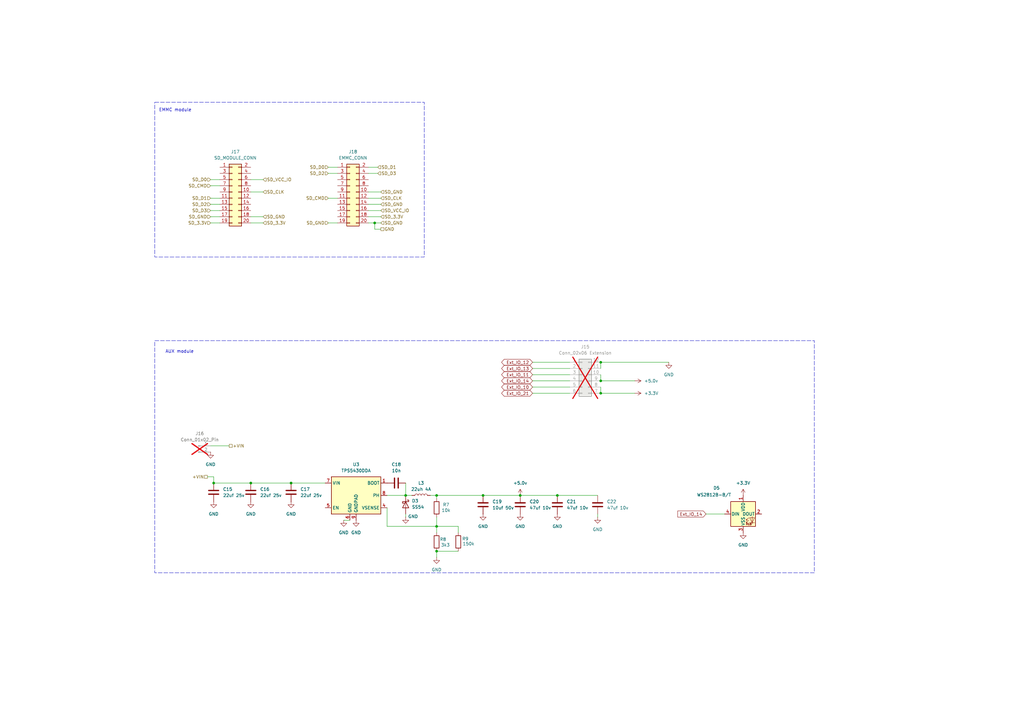
<source format=kicad_sch>
(kicad_sch (version 20250114) (generator "eeschema") (generator_version "9.0")
  (paper "A3")
  (lib_symbols
    (symbol "Connector:Conn_01x02_Pin" (pin_names (offset 1.016) (hide yes))
      (property "Reference" "J" (at 0 2.54 0))
      (property "Value" "Conn_01x02_Pin" (at 0 -5.08 0))
      (symbol "Conn_01x02_Pin_1_1"
        (rectangle (start 0.8636 0.127) (end 0 -0.127) (stroke (width 0.1524)) (fill (type outline)))
        (rectangle (start 0.8636 -2.413) (end 0 -2.667) (stroke (width 0.1524)) (fill (type outline)))
        (polyline (pts (xy 1.27 0) (xy 0.8636 0)) (stroke (width 0.1524)))
        (polyline (pts (xy 1.27 -2.54) (xy 0.8636 -2.54)) (stroke (width 0.1524)))
        (pin passive line (at 5.08 0 180) (length 3.81) (name "Pin_1") (number "1"))
        (pin passive line (at 5.08 -2.54 180) (length 3.81) (name "Pin_2") (number "2"))
      )
    )
    (symbol "Connector_Generic:Conn_02x06_Counter_Clockwise" (pin_names (offset 1.016) (hide yes))
      (property "Reference" "J" (at 1.27 7.62 0))
      (property "Value" "Conn_02x06_Counter_Clockwise" (at 1.27 -10.16 0))
      (symbol "Conn_02x06_Counter_Clockwise_1_1"
        (rectangle (start -1.27 6.35) (end 3.81 -8.89) (stroke (width 0.254)) (fill (type background)))
        (rectangle (start -1.27 5.207) (end 0 4.953) (stroke (width 0.1524)))
        (rectangle (start -1.27 2.667) (end 0 2.413) (stroke (width 0.1524)))
        (rectangle (start -1.27 0.127) (end 0 -0.127) (stroke (width 0.1524)))
        (rectangle (start -1.27 -2.413) (end 0 -2.667) (stroke (width 0.1524)))
        (rectangle (start -1.27 -4.953) (end 0 -5.207) (stroke (width 0.1524)))
        (rectangle (start -1.27 -7.493) (end 0 -7.747) (stroke (width 0.1524)))
        (rectangle (start 3.81 5.207) (end 2.54 4.953) (stroke (width 0.1524)))
        (rectangle (start 3.81 2.667) (end 2.54 2.413) (stroke (width 0.1524)))
        (rectangle (start 3.81 0.127) (end 2.54 -0.127) (stroke (width 0.1524)))
        (rectangle (start 3.81 -2.413) (end 2.54 -2.667) (stroke (width 0.1524)))
        (rectangle (start 3.81 -4.953) (end 2.54 -5.207) (stroke (width 0.1524)))
        (rectangle (start 3.81 -7.493) (end 2.54 -7.747) (stroke (width 0.1524)))
        (pin passive line (at -5.08 5.08 0) (length 3.81) (name "Pin_1") (number "1"))
        (pin passive line (at -5.08 2.54 0) (length 3.81) (name "Pin_2") (number "2"))
        (pin passive line (at -5.08 0 0) (length 3.81) (name "Pin_3") (number "3"))
        (pin passive line (at -5.08 -2.54 0) (length 3.81) (name "Pin_4") (number "4"))
        (pin passive line (at -5.08 -5.08 0) (length 3.81) (name "Pin_5") (number "5"))
        (pin passive line (at -5.08 -7.62 0) (length 3.81) (name "Pin_6") (number "6"))
        (pin passive line (at 7.62 5.08 180) (length 3.81) (name "Pin_12") (number "12"))
        (pin passive line (at 7.62 2.54 180) (length 3.81) (name "Pin_11") (number "11"))
        (pin passive line (at 7.62 0 180) (length 3.81) (name "Pin_10") (number "10"))
        (pin passive line (at 7.62 -2.54 180) (length 3.81) (name "Pin_9") (number "9"))
        (pin passive line (at 7.62 -5.08 180) (length 3.81) (name "Pin_8") (number "8"))
        (pin passive line (at 7.62 -7.62 180) (length 3.81) (name "Pin_7") (number "7"))
      )
    )
    (symbol "Connector_Generic:Conn_02x10_Odd_Even" (pin_names (offset 1.016) (hide yes))
      (property "Reference" "J" (at 1.27 12.7 0))
      (property "Value" "Conn_02x10_Odd_Even" (at 1.27 -15.24 0))
      (symbol "Conn_02x10_Odd_Even_1_1"
        (rectangle (start -1.27 11.43) (end 3.81 -13.97) (stroke (width 0.254)) (fill (type background)))
        (rectangle (start -1.27 10.287) (end 0 10.033) (stroke (width 0.1524)))
        (rectangle (start -1.27 7.747) (end 0 7.493) (stroke (width 0.1524)))
        (rectangle (start -1.27 5.207) (end 0 4.953) (stroke (width 0.1524)))
        (rectangle (start -1.27 2.667) (end 0 2.413) (stroke (width 0.1524)))
        (rectangle (start -1.27 0.127) (end 0 -0.127) (stroke (width 0.1524)))
        (rectangle (start -1.27 -2.413) (end 0 -2.667) (stroke (width 0.1524)))
        (rectangle (start -1.27 -4.953) (end 0 -5.207) (stroke (width 0.1524)))
        (rectangle (start -1.27 -7.493) (end 0 -7.747) (stroke (width 0.1524)))
        (rectangle (start -1.27 -10.033) (end 0 -10.287) (stroke (width 0.1524)))
        (rectangle (start -1.27 -12.573) (end 0 -12.827) (stroke (width 0.1524)))
        (rectangle (start 3.81 10.287) (end 2.54 10.033) (stroke (width 0.1524)))
        (rectangle (start 3.81 7.747) (end 2.54 7.493) (stroke (width 0.1524)))
        (rectangle (start 3.81 5.207) (end 2.54 4.953) (stroke (width 0.1524)))
        (rectangle (start 3.81 2.667) (end 2.54 2.413) (stroke (width 0.1524)))
        (rectangle (start 3.81 0.127) (end 2.54 -0.127) (stroke (width 0.1524)))
        (rectangle (start 3.81 -2.413) (end 2.54 -2.667) (stroke (width 0.1524)))
        (rectangle (start 3.81 -4.953) (end 2.54 -5.207) (stroke (width 0.1524)))
        (rectangle (start 3.81 -7.493) (end 2.54 -7.747) (stroke (width 0.1524)))
        (rectangle (start 3.81 -10.033) (end 2.54 -10.287) (stroke (width 0.1524)))
        (rectangle (start 3.81 -12.573) (end 2.54 -12.827) (stroke (width 0.1524)))
        (pin passive line (at -5.08 10.16 0) (length 3.81) (name "Pin_1") (number "1"))
        (pin passive line (at -5.08 7.62 0) (length 3.81) (name "Pin_3") (number "3"))
        (pin passive line (at -5.08 5.08 0) (length 3.81) (name "Pin_5") (number "5"))
        (pin passive line (at -5.08 2.54 0) (length 3.81) (name "Pin_7") (number "7"))
        (pin passive line (at -5.08 0 0) (length 3.81) (name "Pin_9") (number "9"))
        (pin passive line (at -5.08 -2.54 0) (length 3.81) (name "Pin_11") (number "11"))
        (pin passive line (at -5.08 -5.08 0) (length 3.81) (name "Pin_13") (number "13"))
        (pin passive line (at -5.08 -7.62 0) (length 3.81) (name "Pin_15") (number "15"))
        (pin passive line (at -5.08 -10.16 0) (length 3.81) (name "Pin_17") (number "17"))
        (pin passive line (at -5.08 -12.7 0) (length 3.81) (name "Pin_19") (number "19"))
        (pin passive line (at 7.62 10.16 180) (length 3.81) (name "Pin_2") (number "2"))
        (pin passive line (at 7.62 7.62 180) (length 3.81) (name "Pin_4") (number "4"))
        (pin passive line (at 7.62 5.08 180) (length 3.81) (name "Pin_6") (number "6"))
        (pin passive line (at 7.62 2.54 180) (length 3.81) (name "Pin_8") (number "8"))
        (pin passive line (at 7.62 0 180) (length 3.81) (name "Pin_10") (number "10"))
        (pin passive line (at 7.62 -2.54 180) (length 3.81) (name "Pin_12") (number "12"))
        (pin passive line (at 7.62 -5.08 180) (length 3.81) (name "Pin_14") (number "14"))
        (pin passive line (at 7.62 -7.62 180) (length 3.81) (name "Pin_16") (number "16"))
        (pin passive line (at 7.62 -10.16 180) (length 3.81) (name "Pin_18") (number "18"))
        (pin passive line (at 7.62 -12.7 180) (length 3.81) (name "Pin_20") (number "20"))
      )
    )
    (symbol "Device:C" (pin_numbers (hide yes)) (pin_names (offset 0.254))
      (property "Reference" "C" (at 0.635 2.54 0))
      (property "Value" "C" (at 0.635 -2.54 0))
      (symbol "C_0_1"
        (polyline (pts (xy -2.032 0.762) (xy 2.032 0.762)) (stroke (width 0.508)))
        (polyline (pts (xy -2.032 -0.762) (xy 2.032 -0.762)) (stroke (width 0.508)))
      )
      (symbol "C_1_1"
        (pin passive line (at 0 3.81 270) (length 2.794) (name "~") (number "1"))
        (pin passive line (at 0 -3.81 90) (length 2.794) (name "~") (number "2"))
      )
    )
    (symbol "Device:L" (pin_numbers (hide yes)) (pin_names (offset 1.016) (hide yes))
      (property "Reference" "L" (at -1.27 0 90))
      (property "Value" "L" (at 1.905 0 90))
      (symbol "L_0_1"
        (arc (start 0 2.54) (mid 0.6323 1.905) (end 0 1.27))
        (arc (start 0 1.27) (mid 0.6323 0.635) (end 0 0))
        (arc (start 0 0) (mid 0.6323 -0.635) (end 0 -1.27))
        (arc (start 0 -1.27) (mid 0.6323 -1.905) (end 0 -2.54))
      )
      (symbol "L_1_1"
        (pin passive line (at 0 3.81 270) (length 1.27) (name "1") (number "1"))
        (pin passive line (at 0 -3.81 90) (length 1.27) (name "2") (number "2"))
      )
    )
    (symbol "Device:R" (pin_numbers (hide yes)) (pin_names (offset 0))
      (property "Reference" "R" (at 2.032 0 90))
      (property "Value" "R" (at 0 0 90))
      (symbol "R_0_1"
        (rectangle (start -1.016 -2.54) (end 1.016 2.54) (stroke (width 0.254)))
      )
      (symbol "R_1_1"
        (pin passive line (at 0 3.81 270) (length 1.27) (name "~") (number "1"))
        (pin passive line (at 0 -3.81 90) (length 1.27) (name "~") (number "2"))
      )
    )
    (symbol "Diode:SS34" (pin_numbers (hide yes)) (pin_names (offset 1.016) (hide yes))
      (property "Reference" "D" (at 0 2.54 0))
      (property "Value" "SS34" (at 0 -2.54 0))
      (symbol "SS34_0_1"
        (polyline (pts (xy -1.905 0.635) (xy -1.905 1.27) (xy -1.27 1.27) (xy -1.27 -1.27) (xy -0.635 -1.27) (xy -0.635 -0.635)) (stroke (width 0.254)))
        (polyline (pts (xy 1.27 1.27) (xy 1.27 -1.27) (xy -1.27 0) (xy 1.27 1.27)) (stroke (width 0.254)))
        (polyline (pts (xy 1.27 0) (xy -1.27 0)))
      )
      (symbol "SS34_1_1"
        (pin passive line (at -3.81 0 0) (length 2.54) (name "K") (number "1"))
        (pin passive line (at 3.81 0 180) (length 2.54) (name "A") (number "2"))
      )
    )
    (symbol "LED:WS2812B" (pin_names (offset 0.254))
      (property "Reference" "D" (at 5.08 5.715 0))
      (property "Value" "WS2812B" (at 1.27 -5.715 0))
      (symbol "WS2812B_0_0"
        (text "RGB" (at 2.286 -4.191 0) (effects (font (size 0.762 0.762))))
      )
      (symbol "WS2812B_0_1"
        (polyline (pts (xy 1.27 -2.54) (xy 1.778 -2.54)))
        (polyline (pts (xy 1.27 -3.556) (xy 1.778 -3.556)))
        (polyline (pts (xy 2.286 -1.524) (xy 1.27 -2.54) (xy 1.27 -2.032)))
        (polyline (pts (xy 2.286 -2.54) (xy 1.27 -3.556) (xy 1.27 -3.048)))
        (polyline (pts (xy 3.683 -1.016) (xy 3.683 -3.556) (xy 3.683 -4.064)))
        (polyline (pts (xy 4.699 -1.524) (xy 2.667 -1.524) (xy 3.683 -3.556) (xy 4.699 -1.524)))
        (polyline (pts (xy 4.699 -3.556) (xy 2.667 -3.556)))
        (rectangle (start 5.08 5.08) (end -5.08 -5.08) (stroke (width 0.254)) (fill (type background)))
      )
      (symbol "WS2812B_1_1"
        (pin input line (at -7.62 0 0) (length 2.54) (name "DIN") (number "4"))
        (pin power_in line (at 0 7.62 270) (length 2.54) (name "VDD") (number "1"))
        (pin power_in line (at 0 -7.62 90) (length 2.54) (name "VSS") (number "3"))
        (pin output line (at 7.62 0 180) (length 2.54) (name "DOUT") (number "2"))
      )
    )
    (symbol "Regulator_Switching:TPS5430DDA"
      (property "Reference" "U" (at -10.16 8.89 0))
      (property "Value" "TPS5430DDA" (at -1.27 8.89 0))
      (symbol "TPS5430DDA_0_1"
        (rectangle (start -10.16 7.62) (end 10.16 -7.62) (stroke (width 0.254)) (fill (type background)))
      )
      (symbol "TPS5430DDA_1_1"
        (pin power_in line (at -12.7 5.08 0) (length 2.54) (name "VIN") (number "7"))
        (pin input line (at -12.7 -5.08 0) (length 2.54) (name "EN") (number "5"))
        (pin no_connect line (at -10.16 2.54 0) (length 2.54) (hide yes) (name "NC") (number "2"))
        (pin no_connect line (at -10.16 -2.54 0) (length 2.54) (hide yes) (name "NC") (number "3"))
        (pin power_in line (at -2.54 -10.16 90) (length 2.54) (name "GND") (number "6"))
        (pin power_in line (at 0 -10.16 90) (length 2.54) (name "GNDPAD") (number "9"))
        (pin input line (at 12.7 5.08 180) (length 2.54) (name "BOOT") (number "1"))
        (pin output line (at 12.7 0 180) (length 2.54) (name "PH") (number "8"))
        (pin input line (at 12.7 -5.08 180) (length 2.54) (name "VSENSE") (number "4"))
      )
    )
    (symbol "power:+1V0" (power) (pin_numbers (hide yes)) (pin_names (offset 0) (hide yes))
      (property "Value" "+1V0" (at 0 3.556 0))
      (symbol "+1V0_0_1"
        (polyline (pts (xy -0.762 1.27) (xy 0 2.54)))
        (polyline (pts (xy 0 2.54) (xy 0.762 1.27)))
        (polyline (pts (xy 0 0) (xy 0 2.54)))
      )
      (symbol "+1V0_1_1"
        (pin power_in line (at 0 0 90) (length 0) (name "~") (number "1"))
      )
    )
    (symbol "power:+3.3V" (power) (pin_numbers (hide yes)) (pin_names (offset 0) (hide yes))
      (property "Value" "+3.3V" (at 0 3.556 0))
      (symbol "+3.3V_0_1"
        (polyline (pts (xy -0.762 1.27) (xy 0 2.54)))
        (polyline (pts (xy 0 2.54) (xy 0.762 1.27)))
        (polyline (pts (xy 0 0) (xy 0 2.54)))
      )
      (symbol "+3.3V_1_1"
        (pin power_in line (at 0 0 90) (length 0) (name "~") (number "1"))
      )
    )
    (symbol "power:+5V" (power) (pin_numbers (hide yes)) (pin_names (offset 0) (hide yes))
      (property "Value" "+5V" (at 0 3.556 0))
      (symbol "+5V_0_1"
        (polyline (pts (xy -0.762 1.27) (xy 0 2.54)))
        (polyline (pts (xy 0 2.54) (xy 0.762 1.27)))
        (polyline (pts (xy 0 0) (xy 0 2.54)))
      )
      (symbol "+5V_1_1"
        (pin power_in line (at 0 0 90) (length 0) (name "~") (number "1"))
      )
    )
    (symbol "power:GND" (power) (pin_numbers (hide yes)) (pin_names (offset 0) (hide yes))
      (property "Value" "GND" (at 0 -3.81 0))
      (symbol "GND_0_1"
        (polyline (pts (xy 0 0) (xy 0 -1.27) (xy 1.27 -1.27) (xy 0 -2.54) (xy -1.27 -1.27) (xy 0 -1.27)))
      )
      (symbol "GND_1_1"
        (pin power_in line (at 0 0 270) (length 0) (name "~") (number "1"))
      )
    )
  )
  (rectangle (start 63.5 139.7) (end 334.01 234.95) (stroke (width 0) (type dash)))
  (rectangle (start 63.5 41.91) (end 173.99 105.41) (stroke (width 0) (type dash)))
  (text "EMMC module" (at 71.882 45.212 0) (effects (font (size 1.27 1.27))))
  (text "AUX module" (at 73.66 144.272 0) (effects (font (size 1.27 1.27))))
  (junction (at 179.07 203.2))
  (junction (at 246.38 156.21))
  (junction (at 119.38 198.12))
  (junction (at 246.38 161.29))
  (junction (at 102.87 198.12))
  (junction (at 198.12 203.2))
  (junction (at 179.07 215.9))
  (junction (at 87.63 198.12))
  (junction (at 213.36 203.2))
  (junction (at 228.6 203.2))
  (junction (at 179.07 226.06))
  (junction (at 153.67 91.44))
  (junction (at 246.38 148.59))
  (junction (at 166.37 203.2))
  (wire (pts (xy 156.21 78.74) (xy 151.13 78.74)))
  (wire (pts (xy 179.07 204.47) (xy 179.07 203.2)))
  (wire (pts (xy 168.91 203.2) (xy 166.37 203.2)))
  (wire (pts (xy 218.44 156.21) (xy 233.68 156.21)))
  (wire (pts (xy 218.44 161.29) (xy 233.68 161.29)))
  (wire (pts (xy 179.07 212.09) (xy 179.07 215.9)))
  (wire (pts (xy 246.38 161.29) (xy 260.35 161.29)))
  (wire (pts (xy 86.36 81.28) (xy 90.17 81.28)))
  (wire (pts (xy 297.18 210.82) (xy 289.56 210.82)))
  (wire (pts (xy 86.36 86.36) (xy 90.17 86.36)))
  (wire (pts (xy 179.07 218.44) (xy 179.07 215.9)))
  (wire (pts (xy 153.67 91.44) (xy 151.13 91.44)))
  (wire (pts (xy 179.07 226.06) (xy 179.07 228.6)))
  (wire (pts (xy 102.87 198.12) (xy 119.38 198.12)))
  (wire (pts (xy 166.37 210.82) (xy 166.37 212.09)))
  (wire (pts (xy 179.07 226.06) (xy 187.96 226.06)))
  (wire (pts (xy 86.36 91.44) (xy 90.17 91.44)))
  (wire (pts (xy 156.21 93.98) (xy 153.67 93.98)))
  (wire (pts (xy 218.44 148.59) (xy 233.68 148.59)))
  (wire (pts (xy 140.97 213.36) (xy 143.51 213.36)))
  (wire (pts (xy 246.38 148.59) (xy 246.38 151.13)))
  (wire (pts (xy 246.38 153.67) (xy 246.38 156.21)))
  (wire (pts (xy 102.87 78.74) (xy 107.95 78.74)))
  (wire (pts (xy 218.44 151.13) (xy 233.68 151.13)))
  (wire (pts (xy 198.12 203.2) (xy 213.36 203.2)))
  (wire (pts (xy 151.13 81.28) (xy 156.21 81.28)))
  (wire (pts (xy 179.07 203.2) (xy 198.12 203.2)))
  (wire (pts (xy 156.21 83.82) (xy 151.13 83.82)))
  (wire (pts (xy 246.38 158.75) (xy 246.38 161.29)))
  (wire (pts (xy 187.96 215.9) (xy 179.07 215.9)))
  (wire (pts (xy 134.62 68.58) (xy 138.43 68.58)))
  (wire (pts (xy 102.87 91.44) (xy 107.95 91.44)))
  (wire (pts (xy 86.36 182.88) (xy 93.98 182.88)))
  (wire (pts (xy 245.11 203.2) (xy 228.6 203.2)))
  (wire (pts (xy 245.11 210.82) (xy 245.11 212.09)))
  (wire (pts (xy 102.87 73.66) (xy 107.95 73.66)))
  (wire (pts (xy 176.53 203.2) (xy 179.07 203.2)))
  (wire (pts (xy 134.62 91.44) (xy 138.43 91.44)))
  (wire (pts (xy 151.13 88.9) (xy 156.21 88.9)))
  (wire (pts (xy 154.94 71.12) (xy 151.13 71.12)))
  (wire (pts (xy 246.38 156.21) (xy 260.35 156.21)))
  (wire (pts (xy 87.63 195.58) (xy 87.63 198.12)))
  (wire (pts (xy 119.38 198.12) (xy 133.35 198.12)))
  (wire (pts (xy 246.38 148.59) (xy 274.32 148.59)))
  (wire (pts (xy 213.36 203.2) (xy 228.6 203.2)))
  (wire (pts (xy 151.13 86.36) (xy 156.21 86.36)))
  (wire (pts (xy 86.36 83.82) (xy 90.17 83.82)))
  (wire (pts (xy 156.21 91.44) (xy 153.67 91.44)))
  (wire (pts (xy 158.75 215.9) (xy 158.75 208.28)))
  (wire (pts (xy 102.87 88.9) (xy 107.95 88.9)))
  (wire (pts (xy 218.44 158.75) (xy 233.68 158.75)))
  (wire (pts (xy 158.75 203.2) (xy 166.37 203.2)))
  (wire (pts (xy 86.36 73.66) (xy 90.17 73.66)))
  (wire (pts (xy 86.36 88.9) (xy 90.17 88.9)))
  (wire (pts (xy 166.37 198.12) (xy 166.37 203.2)))
  (wire (pts (xy 134.62 71.12) (xy 138.43 71.12)))
  (wire (pts (xy 87.63 198.12) (xy 102.87 198.12)))
  (wire (pts (xy 154.94 68.58) (xy 151.13 68.58)))
  (wire (pts (xy 218.44 153.67) (xy 233.68 153.67)))
  (wire (pts (xy 85.09 195.58) (xy 87.63 195.58)))
  (wire (pts (xy 187.96 215.9) (xy 187.96 218.44)))
  (wire (pts (xy 86.36 76.2) (xy 90.17 76.2)))
  (wire (pts (xy 153.67 93.98) (xy 153.67 91.44)))
  (wire (pts (xy 134.62 81.28) (xy 138.43 81.28)))
  (wire (pts (xy 158.75 215.9) (xy 179.07 215.9)))
  (global_label "Ext_IO_14" (shape bidirectional) (at 218.44 156.21 180) (property "Intersheetrefs" "${INTERSHEET_REFS}" (effects (hide yes))))
  (global_label "Ext_IO_12" (shape bidirectional) (at 218.44 148.59 180) (property "Intersheetrefs" "${INTERSHEET_REFS}" (effects (hide yes))))
  (global_label "Ext_IO_11" (shape bidirectional) (at 218.44 153.67 180) (property "Intersheetrefs" "${INTERSHEET_REFS}" (effects (hide yes))))
  (global_label "Ext_IO_21" (shape bidirectional) (at 218.44 161.29 180) (property "Intersheetrefs" "${INTERSHEET_REFS}" (effects (hide yes))))
  (global_label "Ext_IO_14" (shape input) (at 289.56 210.82 180) (property "Intersheetrefs" "${INTERSHEET_REFS}" (effects (hide yes))))
  (global_label "Ext_IO_10" (shape bidirectional) (at 218.44 158.75 180) (property "Intersheetrefs" "${INTERSHEET_REFS}" (effects (hide yes))))
  (global_label "Ext_IO_13" (shape bidirectional) (at 218.44 151.13 180) (property "Intersheetrefs" "${INTERSHEET_REFS}" (effects (hide yes))))
  (hierarchical_label "SD­_VCC_IO" (shape input) (at 156.21 86.36 0))
  (hierarchical_label "SD­_VCC_IO" (shape input) (at 107.95 73.66 0))
  (hierarchical_label "SD_D1" (shape input) (at 154.94 68.58 0))
  (hierarchical_label "SD­_GND" (shape input) (at 107.95 88.9 0))
  (hierarchical_label "SD­_CLK" (shape input) (at 107.95 78.74 0))
  (hierarchical_label "SD­_GND" (shape input) (at 156.21 83.82 0))
  (hierarchical_label "SD_D2" (shape input) (at 134.62 71.12 180))
  (hierarchical_label "SD­_GND" (shape input) (at 156.21 91.44 0))
  (hierarchical_label "GND" (shape passive) (at 156.21 93.98 0))
  (hierarchical_label "SD_D0" (shape input) (at 134.62 68.58 180))
  (hierarchical_label "SD­_3.3V" (shape input) (at 107.95 91.44 0))
  (hierarchical_label "SD­_GND" (shape input) (at 134.62 91.44 180))
  (hierarchical_label "SD­­_CMD" (shape input) (at 134.62 81.28 180))
  (hierarchical_label "SD_D2" (shape input) (at 86.36 83.82 180))
  (hierarchical_label "SD­_3.3V" (shape input) (at 156.21 88.9 0))
  (hierarchical_label "SD_D0" (shape input) (at 86.36 73.66 180))
  (hierarchical_label "SD_D3" (shape input) (at 86.36 86.36 180))
  (hierarchical_label "SD_D3" (shape input) (at 154.94 71.12 0))
  (hierarchical_label "SD_D1" (shape input) (at 86.36 81.28 180))
  (hierarchical_label "SD­_GND" (shape input) (at 156.21 78.74 0))
  (hierarchical_label "SD­_GND" (shape input) (at 86.36 88.9 180))
  (hierarchical_label "SD­­_CMD" (shape input) (at 86.36 76.2 180))
  (hierarchical_label "SD­_CLK" (shape input) (at 156.21 81.28 0))
  (hierarchical_label "SD­_3.3V" (shape input) (at 86.36 91.44 180))
  (hierarchical_label "+VIN" (shape passive) (at 85.09 195.58 180))
  (hierarchical_label "+VIN" (shape passive) (at 93.98 182.88 0))
  (symbol (lib_id "Device:C") (at 228.6 207.01 0) (unit 1)
    (property "Reference" "C21" (at 232.41 205.7399 0) (effects (justify left)))
    (property "Value" "47uf 10v" (at 232.41 208.2799 0) (effects (justify left)))
    (property "Footprint" "Capacitor_Tantalum_SMD:CP_EIA-3528-12_Kemet-T" (effects (hide yes)))
    (property "Description" "Unpolarized capacitor" (effects (hide yes)))
  )
  (symbol (lib_id "power:GND") (at 146.05 213.36 0) (unit 1)
    (property "Reference" "#PWR012" (effects (hide yes)))
    (property "Value" "GND" (at 146.05 218.44 0))
    (property "Description" "Power symbol creates a global label with name \"GND\" , ground" (effects (hide yes)))
  )
  (symbol (lib_id "Device:C") (at 87.63 201.93 0) (unit 1)
    (property "Reference" "C15" (at 91.44 200.6599 0) (effects (justify left)))
    (property "Value" "22uf 25v" (at 91.44 203.2 0) (effects (justify left)))
    (property "Footprint" "Capacitor_SMD:C_1206_3216Metric" (effects (hide yes)))
    (property "Description" "Unpolarized capacitor" (effects (hide yes)))
  )
  (symbol (lib_id "Device:C") (at 162.56 198.12 90) (unit 1)
    (property "Reference" "C18" (at 162.56 190.5 90))
    (property "Value" "10n" (at 162.56 193.04 90))
    (property "Footprint" "Capacitor_SMD:C_1206_3216Metric_Pad1.33x1.80mm_HandSolder" (effects (hide yes)))
    (property "Description" "Unpolarized capacitor" (effects (hide yes)))
  )
  (symbol (lib_id "Connector_Generic:Conn_02x10_Odd_Even") (at 95.25 78.74 0) (unit 1)
    (property "Reference" "J17" (at 96.52 62.23 0))
    (property "Value" "SD_MODULE_CONN" (at 96.52 64.77 0))
    (property "Footprint" "Connector_PinHeader_2.54mm:PinHeader_2x10_P2.54mm_Vertical" (effects (hide yes)))
    (property "Description" "Generic connector, double row, 02x10, odd/even pin numbering scheme (row 1 odd numbers, row 2 even numbers), script generated (kicad-library-utils/schlib/autogen/connector/)" (effects (hide yes)))
  )
  (symbol (lib_id "power:GND") (at 228.6 210.82 0) (unit 1)
    (property "Reference" "#PWR045" (effects (hide yes)))
    (property "Value" "GND" (at 228.6 215.9 0))
    (property "Description" "Power symbol creates a global label with name \"GND\" , ground" (effects (hide yes)))
  )
  (symbol (lib_id "power:GND") (at 198.12 210.82 0) (unit 1)
    (property "Reference" "#PWR041" (effects (hide yes)))
    (property "Value" "GND" (at 198.12 215.9 0))
    (property "Description" "Power symbol creates a global label with name \"GND\" , ground" (effects (hide yes)))
  )
  (symbol (lib_id "Device:C") (at 198.12 207.01 0) (unit 1)
    (property "Reference" "C19" (at 201.93 205.7399 0) (effects (justify left)))
    (property "Value" "10uf 50v" (at 201.93 208.2799 0) (effects (justify left)))
    (property "Footprint" "Capacitor_SMD:C_1206_3216Metric_Pad1.33x1.80mm_HandSolder" (effects (hide yes)))
    (property "Description" "Unpolarized capacitor" (effects (hide yes)))
  )
  (symbol (lib_id "power:GND") (at 179.07 228.6 0) (unit 1)
    (property "Reference" "#PWR014" (effects (hide yes)))
    (property "Value" "GND" (at 179.07 233.68 0))
    (property "Description" "Power symbol creates a global label with name \"GND\" , ground" (effects (hide yes)))
  )
  (symbol (lib_id "power:GND") (at 304.8 218.44 0) (unit 1)
    (property "Reference" "#PWR011" (effects (hide yes)))
    (property "Value" "GND" (at 304.8 223.52 0))
    (property "Description" "Power symbol creates a global label with name \"GND\" , ground" (effects (hide yes)))
  )
  (symbol (lib_id "power:GND") (at 140.97 213.36 0) (unit 1)
    (property "Reference" "#PWR037" (effects (hide yes)))
    (property "Value" "GND" (at 140.97 218.44 0))
    (property "Description" "Power symbol creates a global label with name \"GND\" , ground" (effects (hide yes)))
  )
  (symbol (lib_id "Device:C") (at 213.36 207.01 0) (unit 1)
    (property "Reference" "C20" (at 217.17 205.7399 0) (effects (justify left)))
    (property "Value" "47uf 10v" (at 217.17 208.2799 0) (effects (justify left)))
    (property "Footprint" "Capacitor_Tantalum_SMD:CP_EIA-3528-12_Kemet-T" (effects (hide yes)))
    (property "Description" "Unpolarized capacitor" (effects (hide yes)))
  )
  (symbol (lib_id "Diode:SS34") (at 166.37 207.01 270) (unit 1)
    (property "Reference" "D3" (at 168.91 205.4224 90) (effects (justify left)))
    (property "Value" "SS54" (at 168.91 207.9624 90) (effects (justify left)))
    (property "Footprint" "Diode_SMD:D_SMC_Handsoldering" (effects (hide yes)))
    (property "Datasheet" "https://www.vishay.com/docs/88751/ss32.pdf" (effects (hide yes)))
    (property "Description" "40V 3A Schottky Diode, SMA" (effects (hide yes)))
    (property "Height" "2.62" (effects (hide yes)))
    (property "Manufacturer_Name" "Multicomp Pro" (effects (hide yes)))
    (property "Manufacturer_Part_Number" "SS54" (effects (hide yes)))
  )
  (symbol (lib_id "power:+3.3V") (at 260.35 161.29 270) (unit 1)
    (property "Reference" "#PWR040" (effects (hide yes)))
    (property "Value" "+3.3V" (at 264.16 161.2899 90) (effects (justify left)))
    (property "Description" "Power symbol creates a global label with name \"+3.3V\"" (effects (hide yes)))
  )
  (symbol (lib_id "Device:R") (at 179.07 208.28 0) (unit 1)
    (property "Reference" "R7" (at 181.61 207.0099 0) (effects (justify left)))
    (property "Value" "10k" (at 181.102 209.296 0) (effects (justify left)))
    (property "Footprint" "Resistor_SMD:R_1206_3216Metric" (effects (hide yes)))
    (property "Description" "Resistor" (effects (hide yes)))
  )
  (symbol (lib_id "power:GND") (at 213.36 210.82 0) (unit 1)
    (property "Reference" "#PWR043" (effects (hide yes)))
    (property "Value" "GND" (at 213.36 215.9 0))
    (property "Description" "Power symbol creates a global label with name \"GND\" , ground" (effects (hide yes)))
  )
  (symbol (lib_id "power:GND") (at 87.63 205.74 0) (unit 1)
    (property "Reference" "#PWR034" (effects (hide yes)))
    (property "Value" "GND" (at 87.63 210.82 0))
    (property "Description" "Power symbol creates a global label with name \"GND\" , ground" (effects (hide yes)))
  )
  (symbol (lib_id "LED:WS2812B") (at 304.8 210.82 0) (unit 1)
    (property "Reference" "D5" (at 293.878 200.152 0))
    (property "Value" "WS2812B-B/T" (at 292.862 202.946 0))
    (property "Footprint" "LED_SMD:LED_WS2812B_PLCC4_5.0x5.0mm_P3.2mm" (effects (hide yes)))
    (property "Datasheet" "https://cdn-shop.adafruit.com/datasheets/WS2812B.pdf" (effects (hide yes)))
    (property "Description" "RGB LED with integrated controller" (effects (hide yes)))
  )
  (symbol (lib_id "Connector_Generic:Conn_02x06_Counter_Clockwise") (at 238.76 153.67 0) (unit 1) (dnp yes)
    (property "Reference" "J15" (at 240.03 142.24 0))
    (property "Value" "Conn_02x06 Extension" (at 240.03 144.78 0))
    (property "Footprint" "Connector_PinHeader_1.27mm:PinHeader_2x06_P1.27mm_Vertical" (effects (hide yes)))
    (property "Description" "Generic connector, double row, 02x06, counter clockwise pin numbering scheme (similar to DIP package numbering), script generated (kicad-library-utils/schlib/autogen/connector/)" (effects (hide yes)))
  )
  (symbol (lib_id "power:GND") (at 86.36 185.42 0) (unit 1)
    (property "Reference" "#PWR015" (effects (hide yes)))
    (property "Value" "GND" (at 86.36 190.5 0))
    (property "Description" "Power symbol creates a global label with name \"GND\" , ground" (effects (hide yes)))
  )
  (symbol (lib_id "Device:R") (at 187.96 222.25 0) (unit 1)
    (property "Reference" "R9" (at 189.484 220.98 0) (effects (justify left)))
    (property "Value" "150k" (at 189.738 223.012 0) (effects (justify left)))
    (property "Footprint" "Resistor_SMD:R_1206_3216Metric" (effects (hide yes)))
    (property "Description" "Resistor" (effects (hide yes)))
  )
  (symbol (lib_id "Connector_Generic:Conn_02x10_Odd_Even") (at 143.51 78.74 0) (unit 1)
    (property "Reference" "J18" (at 144.78 62.23 0))
    (property "Value" "EMMC_CONN" (at 144.78 64.77 0))
    (property "Footprint" "Connector_PinHeader_1.27mm:PinHeader_2x10_P1.27mm_Vertical_SMD" (effects (hide yes)))
    (property "Description" "Generic connector, double row, 02x10, odd/even pin numbering scheme (row 1 odd numbers, row 2 even numbers), script generated (kicad-library-utils/schlib/autogen/connector/)" (effects (hide yes)))
  )
  (symbol (lib_id "Device:R") (at 179.07 222.25 0) (unit 1)
    (property "Reference" "R8" (at 180.34 221.234 0) (effects (justify left)))
    (property "Value" "3k3" (at 180.848 223.52 0) (effects (justify left)))
    (property "Footprint" "Resistor_SMD:R_1206_3216Metric" (effects (hide yes)))
    (property "Description" "Resistor" (effects (hide yes)))
  )
  (symbol (lib_id "power:GND") (at 166.37 212.09 0) (unit 1)
    (property "Reference" "#PWR013" (effects (hide yes)))
    (property "Value" "GND" (at 169.418 211.836 0))
    (property "Description" "Power symbol creates a global label with name \"GND\" , ground" (effects (hide yes)))
  )
  (symbol (lib_id "power:GND") (at 119.38 205.74 0) (unit 1)
    (property "Reference" "#PWR036" (effects (hide yes)))
    (property "Value" "GND" (at 119.38 210.82 0))
    (property "Description" "Power symbol creates a global label with name \"GND\" , ground" (effects (hide yes)))
  )
  (symbol (lib_id "Regulator_Switching:TPS5430DDA") (at 146.05 203.2 0) (unit 1)
    (property "Reference" "U3" (at 146.05 190.5 0))
    (property "Value" "TPS5430DDA" (at 146.05 193.04 0))
    (property "Footprint" "Package_SO:TI_SO-PowerPAD-8_ThermalVias" (effects (hide yes)))
    (property "Datasheet" "http://www.ti.com/lit/ds/symlink/tps5430.pdf" (effects (hide yes)))
    (property "Description" "3A, Step Down Swift Converter, Adjustable Output Voltage, 5.5-36V Input Voltage, PowerSO-8" (effects (hide yes)))
  )
  (symbol (lib_id "power:+1V0") (at 213.36 203.2 0) (unit 1)
    (property "Reference" "#PWR042" (effects (hide yes)))
    (property "Value" "+5.0v" (at 213.36 198.12 0))
    (property "Description" "Power symbol creates a global label with name \"+1V0\"" (effects (hide yes)))
  )
  (symbol (lib_id "power:GND") (at 245.11 212.09 0) (unit 1)
    (property "Reference" "#PWR046" (effects (hide yes)))
    (property "Value" "GND" (at 245.11 217.17 0))
    (property "Description" "Power symbol creates a global label with name \"GND\" , ground" (effects (hide yes)))
  )
  (symbol (lib_id "Device:C") (at 245.11 207.01 0) (unit 1)
    (property "Reference" "C22" (at 248.92 205.7399 0) (effects (justify left)))
    (property "Value" "47uf 10v" (at 248.92 208.2799 0) (effects (justify left)))
    (property "Footprint" "Capacitor_Tantalum_SMD:CP_EIA-3528-12_Kemet-T" (effects (hide yes)))
    (property "Description" "Unpolarized capacitor" (effects (hide yes)))
  )
  (symbol (lib_id "power:GND") (at 102.87 205.74 0) (unit 1)
    (property "Reference" "#PWR035" (effects (hide yes)))
    (property "Value" "GND" (at 102.87 210.82 0))
    (property "Description" "Power symbol creates a global label with name \"GND\" , ground" (effects (hide yes)))
  )
  (symbol (lib_id "Device:C") (at 102.87 201.93 0) (unit 1)
    (property "Reference" "C16" (at 106.68 200.6599 0) (effects (justify left)))
    (property "Value" "22uf 25v" (at 106.68 203.1999 0) (effects (justify left)))
    (property "Footprint" "Capacitor_SMD:C_1206_3216Metric" (effects (hide yes)))
    (property "Description" "Unpolarized capacitor" (effects (hide yes)))
  )
  (symbol (lib_id "power:GND") (at 274.32 148.59 0) (unit 1)
    (property "Reference" "#PWR038" (effects (hide yes)))
    (property "Value" "GND" (at 274.32 153.67 0))
    (property "Description" "Power symbol creates a global label with name \"GND\" , ground" (effects (hide yes)))
  )
  (symbol (lib_id "Connector:Conn_01x02_Pin") (at 81.28 182.88 0) (unit 1) (dnp yes)
    (property "Reference" "J16" (at 81.915 177.8 0))
    (property "Value" "Conn_01x02_Pin" (at 81.915 180.34 0))
    (property "Footprint" "Connector_PinHeader_2.54mm:PinHeader_1x02_P2.54mm_Vertical" (effects (hide yes)))
    (property "Description" "Generic connector, single row, 01x02, script generated" (effects (hide yes)))
  )
  (symbol (lib_id "Device:L") (at 172.72 203.2 90) (unit 1)
    (property "Reference" "L3" (at 172.72 198.12 90))
    (property "Value" "22uh 4A" (at 172.72 200.66 90))
    (property "Footprint" "Inductor_SMD:L_Sunlord_MWSA1003S" (effects (hide yes)))
    (property "Description" "Inductor" (effects (hide yes)))
  )
  (symbol (lib_id "power:+5V") (at 260.35 156.21 270) (unit 1)
    (property "Reference" "#PWR039" (effects (hide yes)))
    (property "Value" "+5.0v" (at 264.16 156.21 90) (effects (justify left)))
    (property "Description" "Power symbol creates a global label with name \"+5V\"" (effects (hide yes)))
  )
  (symbol (lib_id "power:+5V") (at 304.8 203.2 0) (unit 1)
    (property "Reference" "#PWR016" (effects (hide yes)))
    (property "Value" "+3.3V" (at 304.8 198.12 0))
    (property "Description" "Power symbol creates a global label with name \"+5V\"" (effects (hide yes)))
  )
  (symbol (lib_id "Device:C") (at 119.38 201.93 0) (unit 1)
    (property "Reference" "C17" (at 123.19 200.6599 0) (effects (justify left)))
    (property "Value" "22uf 25v" (at 123.19 203.1999 0) (effects (justify left)))
    (property "Footprint" "Capacitor_SMD:C_1206_3216Metric" (effects (hide yes)))
    (property "Description" "Unpolarized capacitor" (effects (hide yes)))
  )
)
</source>
